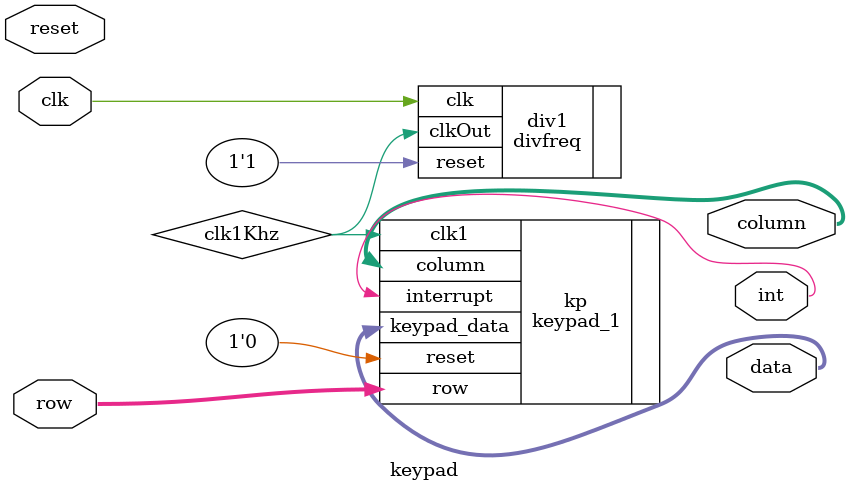
<source format=v>

module keypad(clk, reset, data, int, column, row);

input wire clk;
input wire reset;
input [3:0] row;

output wire [3:0] data;
output wire int;
output wire [3:0] column;

wire clk1Khz;

divfreq div1 (.clkOut(clk1Khz), .clk(clk), .reset(1'b1));
 
keypad_1 kp (.clk1(clk1Khz), .reset(1'b0), .keypad_data(data), .interrupt(int), .column(column), .row(row));

endmodule

</source>
